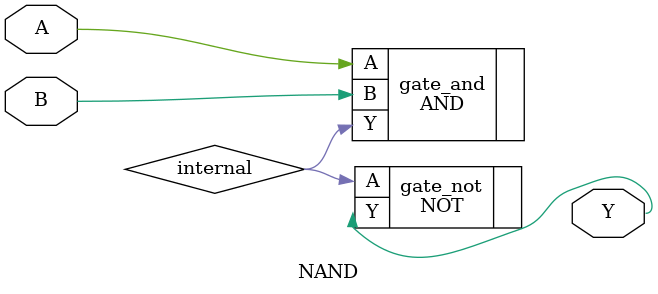
<source format=v>
`default_nettype none

module NAND (input wire A,
             input wire B,
             output wire Y);

wire internal;
AND gate_and(.A(A), .B(B), .Y(internal));
NOT gate_not(.A(internal), .Y(Y));

endmodule
`default_nettype wire

</source>
